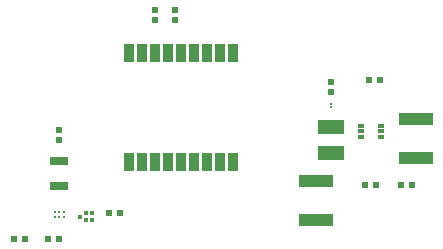
<source format=gtp>
G04*
G04 #@! TF.GenerationSoftware,Altium Limited,Altium Designer,25.8.1 (18)*
G04*
G04 Layer_Color=8421504*
%FSLAX25Y25*%
%MOIN*%
G70*
G04*
G04 #@! TF.SameCoordinates,B1CEF322-6E4B-462D-A777-0404C650DA73*
G04*
G04*
G04 #@! TF.FilePolarity,Positive*
G04*
G01*
G75*
%ADD13R,0.00984X0.00984*%
%ADD14R,0.02165X0.02362*%
%ADD15R,0.02362X0.02165*%
%ADD16R,0.03543X0.06299*%
%ADD17R,0.01870X0.01181*%
%ADD18R,0.11221X0.03937*%
%ADD19R,0.01181X0.01476*%
%ADD20R,0.02362X0.02441*%
%ADD21R,0.02441X0.02362*%
%ADD22R,0.02441X0.02323*%
%ADD23R,0.00787X0.00512*%
%ADD24R,0.06457X0.03150*%
%ADD25R,0.08740X0.04842*%
D13*
X162425Y411425D02*
D03*
X164000D02*
D03*
X165575D02*
D03*
Y413000D02*
D03*
X164000D02*
D03*
X162425D02*
D03*
D14*
X254500Y453000D02*
D03*
Y456543D02*
D03*
D15*
X278000Y422000D02*
D03*
X281543D02*
D03*
X148957Y404000D02*
D03*
X152500D02*
D03*
X269543Y422000D02*
D03*
X266000D02*
D03*
X270772Y457000D02*
D03*
X267228D02*
D03*
D16*
X221823Y429890D02*
D03*
X217492D02*
D03*
X213161D02*
D03*
X208831D02*
D03*
X204500D02*
D03*
X200169D02*
D03*
X195839D02*
D03*
X191508D02*
D03*
X187177D02*
D03*
Y466110D02*
D03*
X191508D02*
D03*
X195839D02*
D03*
X200169D02*
D03*
X204500D02*
D03*
X208831D02*
D03*
X213161D02*
D03*
X217492D02*
D03*
X221823D02*
D03*
D17*
X271299Y438031D02*
D03*
Y440000D02*
D03*
Y441968D02*
D03*
X264701D02*
D03*
Y440000D02*
D03*
Y438031D02*
D03*
D18*
X249500Y423500D02*
D03*
Y410508D02*
D03*
X283000Y443992D02*
D03*
Y431000D02*
D03*
D19*
X171031Y411630D02*
D03*
X173000Y410500D02*
D03*
X174969D02*
D03*
Y412760D02*
D03*
X173000D02*
D03*
D20*
X160378Y404000D02*
D03*
X164000D02*
D03*
X184093Y412746D02*
D03*
X180471D02*
D03*
D21*
X202500Y480622D02*
D03*
Y477000D02*
D03*
X164000Y440622D02*
D03*
Y437000D02*
D03*
D22*
X196000Y477000D02*
D03*
Y480583D02*
D03*
D23*
X254500Y447988D02*
D03*
Y449000D02*
D03*
D24*
X164000Y430232D02*
D03*
Y421768D02*
D03*
D25*
X254500Y432957D02*
D03*
Y441500D02*
D03*
M02*

</source>
